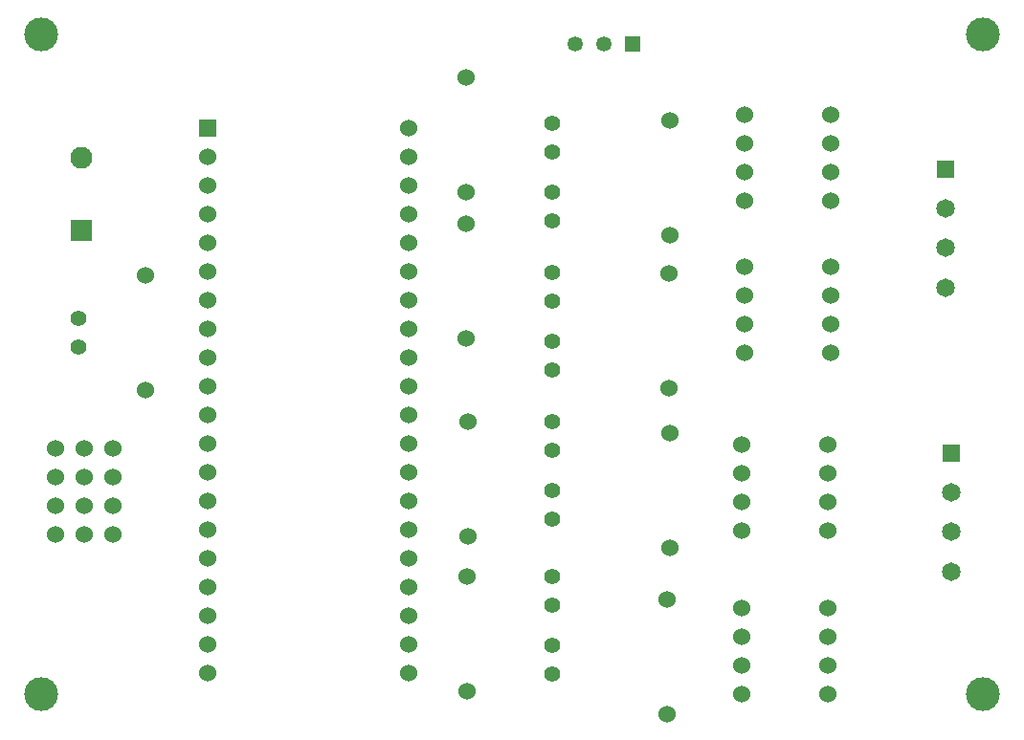
<source format=gbr>
%TF.GenerationSoftware,KiCad,Pcbnew,8.0.8*%
%TF.CreationDate,2025-03-04T21:19:46+00:00*%
%TF.ProjectId,Servo Frog V4 Rev B,53657276-6f20-4467-926f-672056342052,rev?*%
%TF.SameCoordinates,Original*%
%TF.FileFunction,Soldermask,Top*%
%TF.FilePolarity,Negative*%
%FSLAX46Y46*%
G04 Gerber Fmt 4.6, Leading zero omitted, Abs format (unit mm)*
G04 Created by KiCad (PCBNEW 8.0.8) date 2025-03-04 21:19:46*
%MOMM*%
%LPD*%
G01*
G04 APERTURE LIST*
%ADD10C,1.416000*%
%ADD11C,3.000000*%
%ADD12C,1.524000*%
%ADD13R,1.524000X1.524000*%
%ADD14R,1.650000X1.650000*%
%ADD15C,1.650000*%
%ADD16R,1.350000X1.350000*%
%ADD17C,1.350000*%
%ADD18R,1.950000X1.950000*%
%ADD19C,1.950000*%
G04 APERTURE END LIST*
D10*
%TO.C,Fr4 J*%
X160274000Y-108204000D03*
X160274000Y-110744000D03*
%TD*%
D11*
%TO.C,REF\u002A\u002A*%
X198374000Y-118618000D03*
%TD*%
D12*
%TO.C,U2*%
X177292000Y-67310000D03*
X177292000Y-69850000D03*
X177292000Y-72390000D03*
X177292000Y-74930000D03*
X184912000Y-74930000D03*
X184912000Y-72390000D03*
X184912000Y-69850000D03*
X184912000Y-67310000D03*
%TD*%
%TO.C,R7*%
X170556800Y-81432400D03*
X170556800Y-91592400D03*
%TD*%
%TO.C,U3*%
X177292000Y-80772000D03*
X177292000Y-83312000D03*
X177292000Y-85852000D03*
X177292000Y-88392000D03*
X184912000Y-88392000D03*
X184912000Y-85852000D03*
X184912000Y-83312000D03*
X184912000Y-80772000D03*
%TD*%
D13*
%TO.C,U1*%
X129752000Y-68522000D03*
D12*
X129752000Y-71062000D03*
X129752000Y-73602000D03*
X129752000Y-76142000D03*
X129752000Y-78682000D03*
X129752000Y-81222000D03*
X129752000Y-83762000D03*
X129752000Y-86302000D03*
X129752000Y-88842000D03*
X129752000Y-91382000D03*
X129752000Y-93922000D03*
X129752000Y-96462000D03*
X129752000Y-99002000D03*
X129752000Y-101542000D03*
X129752000Y-104082000D03*
X129752000Y-106622000D03*
X129752000Y-109162000D03*
X129752000Y-111702000D03*
X129752000Y-114242000D03*
X129752000Y-116782000D03*
X147532000Y-116782000D03*
X147532000Y-114242000D03*
X147532000Y-111702000D03*
X147532000Y-109162000D03*
X147532000Y-106622000D03*
X147532000Y-104082000D03*
X147532000Y-101542000D03*
X147532000Y-99002000D03*
X147532000Y-96462000D03*
X147532000Y-93922000D03*
X147532000Y-91382000D03*
X147532000Y-88842000D03*
X147532000Y-86302000D03*
X147532000Y-83762000D03*
X147532000Y-81222000D03*
X147532000Y-78682000D03*
X147532000Y-76142000D03*
X147532000Y-73602000D03*
X147532000Y-71062000D03*
X147532000Y-68522000D03*
%TD*%
D14*
%TO.C,J3*%
X195072000Y-72136000D03*
D15*
X195072000Y-75636000D03*
X195072000Y-79136000D03*
X195072000Y-82636000D03*
%TD*%
D12*
%TO.C,U4*%
X177038000Y-96520000D03*
X177038000Y-99060000D03*
X177038000Y-101600000D03*
X177038000Y-104140000D03*
X184658000Y-104140000D03*
X184658000Y-101600000D03*
X184658000Y-99060000D03*
X184658000Y-96520000D03*
%TD*%
%TO.C,R4*%
X170688000Y-95504000D03*
X170688000Y-105664000D03*
%TD*%
D11*
%TO.C,REF\u002A\u002A*%
X198374000Y-60198000D03*
%TD*%
D12*
%TO.C,R8*%
X152675200Y-77012800D03*
X152675200Y-87172800D03*
%TD*%
D10*
%TO.C,Fr3 J*%
X160274000Y-94488000D03*
X160274000Y-97028000D03*
%TD*%
D11*
%TO.C,REF\u002A\u002A*%
X115062000Y-60198000D03*
%TD*%
D12*
%TO.C,R9*%
X152603200Y-74218800D03*
X152603200Y-64058800D03*
%TD*%
%TO.C,U5*%
X177038000Y-110998000D03*
X177038000Y-113538000D03*
X177038000Y-116078000D03*
X177038000Y-118618000D03*
X184658000Y-118618000D03*
X184658000Y-116078000D03*
X184658000Y-113538000D03*
X184658000Y-110998000D03*
%TD*%
D10*
%TO.C,Fr2 K*%
X160274000Y-87376000D03*
X160274000Y-89916000D03*
%TD*%
D12*
%TO.C,R5*%
X170434000Y-110236000D03*
X170434000Y-120396000D03*
%TD*%
D11*
%TO.C,REF\u002A\u002A*%
X115062000Y-118618000D03*
%TD*%
D12*
%TO.C,J4*%
X116281200Y-96926400D03*
X116281200Y-99466400D03*
X116281200Y-102006400D03*
X116281200Y-104546400D03*
X118821200Y-96926400D03*
X118821200Y-99466400D03*
X118821200Y-102006400D03*
X118821200Y-104546400D03*
X121361200Y-96926400D03*
X121361200Y-99466400D03*
X121361200Y-102006400D03*
X121361200Y-104546400D03*
%TD*%
%TO.C,R2*%
X152806400Y-94488000D03*
X152806400Y-104648000D03*
%TD*%
D16*
%TO.C,PS1*%
X167335200Y-61061600D03*
D17*
X164795200Y-61061600D03*
X162255200Y-61061600D03*
%TD*%
D10*
%TO.C,Power*%
X118364000Y-85344000D03*
X118364000Y-87884000D03*
%TD*%
%TO.C,Fr4 K*%
X160274000Y-114300000D03*
X160274000Y-116840000D03*
%TD*%
D18*
%TO.C,S1*%
X118618000Y-77620000D03*
D19*
X118618000Y-71120000D03*
%TD*%
D10*
%TO.C,Fr1 J*%
X160274000Y-68072000D03*
X160274000Y-70612000D03*
%TD*%
D12*
%TO.C,R3*%
X124307600Y-81584800D03*
X124307600Y-91744800D03*
%TD*%
%TO.C,R1*%
X152704800Y-108254800D03*
X152704800Y-118414800D03*
%TD*%
D10*
%TO.C,Fr3 K*%
X160274000Y-100584000D03*
X160274000Y-103124000D03*
%TD*%
%TO.C,Fr2 J*%
X160274000Y-81280000D03*
X160274000Y-83820000D03*
%TD*%
%TO.C,Fr1 K*%
X160274000Y-74168000D03*
X160274000Y-76708000D03*
%TD*%
D12*
%TO.C,R6*%
X170688000Y-67818000D03*
X170688000Y-77978000D03*
%TD*%
D14*
%TO.C,J2*%
X195580000Y-97282000D03*
D15*
X195580000Y-100782000D03*
X195580000Y-104282000D03*
X195580000Y-107782000D03*
%TD*%
M02*

</source>
